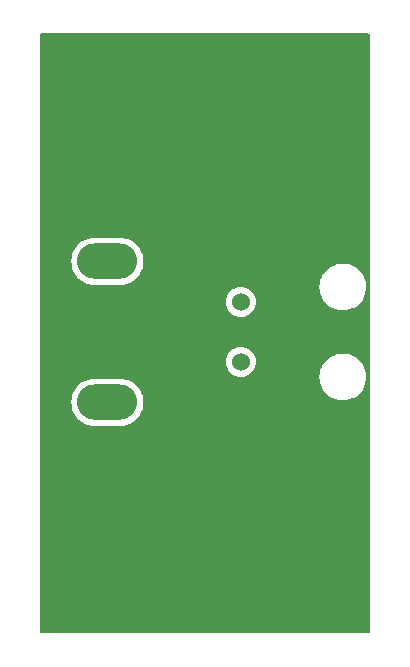
<source format=gbr>
%TF.GenerationSoftware,KiCad,Pcbnew,7.0.5*%
%TF.CreationDate,2023-10-04T22:19:23-05:00*%
%TF.ProjectId,Current Sensing Breakout,43757272-656e-4742-9053-656e73696e67,rev?*%
%TF.SameCoordinates,Original*%
%TF.FileFunction,Copper,L2,Bot*%
%TF.FilePolarity,Positive*%
%FSLAX46Y46*%
G04 Gerber Fmt 4.6, Leading zero omitted, Abs format (unit mm)*
G04 Created by KiCad (PCBNEW 7.0.5) date 2023-10-04 22:19:23*
%MOMM*%
%LPD*%
G01*
G04 APERTURE LIST*
%TA.AperFunction,ComponentPad*%
%ADD10C,1.524000*%
%TD*%
%TA.AperFunction,ComponentPad*%
%ADD11O,5.100000X3.000000*%
%TD*%
G04 APERTURE END LIST*
D10*
%TO.P,Conn3,1*%
%TO.N,Net-(U1-VCC)*%
X65278000Y-48133000D03*
%TO.P,Conn3,2*%
%TO.N,GND*%
X65278000Y-50673000D03*
%TO.P,Conn3,3*%
%TO.N,Net-(U1-VIOUT)*%
X65278000Y-53213000D03*
%TD*%
D11*
%TO.P,Conn1,1,GND*%
%TO.N,GND*%
X61849000Y-44704000D03*
%TO.P,Conn1,4,PV+*%
%TO.N,Net-(Conn1D-PV+)*%
X53975000Y-44704000D03*
%TD*%
%TO.P,Conn2,1,GND*%
%TO.N,GND*%
X61849000Y-56642000D03*
%TO.P,Conn2,4,PV+*%
%TO.N,Net-(Conn2D-PV+)*%
X53975000Y-56642000D03*
%TD*%
%TA.AperFunction,Conductor*%
%TO.N,GND*%
G36*
X76142539Y-25420185D02*
G01*
X76188294Y-25472989D01*
X76199500Y-25524500D01*
X76199500Y-76075500D01*
X76179815Y-76142539D01*
X76127011Y-76188294D01*
X76075500Y-76199500D01*
X48384500Y-76199500D01*
X48317461Y-76179815D01*
X48271706Y-76127011D01*
X48260500Y-76075500D01*
X48260500Y-56642001D01*
X50919390Y-56642001D01*
X50939804Y-56927433D01*
X51000628Y-57207037D01*
X51100635Y-57475166D01*
X51237770Y-57726309D01*
X51237775Y-57726317D01*
X51409254Y-57955387D01*
X51409270Y-57955405D01*
X51611594Y-58157729D01*
X51611612Y-58157745D01*
X51840682Y-58329224D01*
X51840690Y-58329229D01*
X52091833Y-58466364D01*
X52091832Y-58466364D01*
X52091836Y-58466365D01*
X52091839Y-58466367D01*
X52359954Y-58566369D01*
X52359960Y-58566370D01*
X52359962Y-58566371D01*
X52639566Y-58627195D01*
X52639568Y-58627195D01*
X52639572Y-58627196D01*
X52853552Y-58642500D01*
X55096448Y-58642500D01*
X55310428Y-58627196D01*
X55590046Y-58566369D01*
X55858161Y-58466367D01*
X56109315Y-58329226D01*
X56338395Y-58157739D01*
X56540739Y-57955395D01*
X56712226Y-57726315D01*
X56849367Y-57475161D01*
X56949369Y-57207046D01*
X57010196Y-56927428D01*
X57030610Y-56642000D01*
X57010196Y-56356572D01*
X56994532Y-56284567D01*
X56949371Y-56076962D01*
X56949370Y-56076960D01*
X56949369Y-56076954D01*
X56849367Y-55808839D01*
X56833615Y-55779992D01*
X56712229Y-55557690D01*
X56712224Y-55557682D01*
X56540745Y-55328612D01*
X56540729Y-55328594D01*
X56338405Y-55126270D01*
X56338387Y-55126254D01*
X56109317Y-54954775D01*
X56109309Y-54954770D01*
X55858166Y-54817635D01*
X55858167Y-54817635D01*
X55750914Y-54777632D01*
X55590046Y-54717631D01*
X55590043Y-54717630D01*
X55590037Y-54717628D01*
X55310433Y-54656804D01*
X55096450Y-54641500D01*
X55096448Y-54641500D01*
X52853552Y-54641500D01*
X52853549Y-54641500D01*
X52639566Y-54656804D01*
X52359962Y-54717628D01*
X52091833Y-54817635D01*
X51840690Y-54954770D01*
X51840682Y-54954775D01*
X51611612Y-55126254D01*
X51611594Y-55126270D01*
X51409270Y-55328594D01*
X51409254Y-55328612D01*
X51237775Y-55557682D01*
X51237770Y-55557690D01*
X51100635Y-55808833D01*
X51000628Y-56076962D01*
X50939804Y-56356566D01*
X50919390Y-56641998D01*
X50919390Y-56642001D01*
X48260500Y-56642001D01*
X48260500Y-54483001D01*
X71933454Y-54483001D01*
X71953613Y-54764866D01*
X71994926Y-54954775D01*
X72013680Y-55040984D01*
X72045484Y-55126254D01*
X72112432Y-55305750D01*
X72112434Y-55305754D01*
X72247855Y-55553758D01*
X72247860Y-55553766D01*
X72417196Y-55779974D01*
X72417212Y-55779992D01*
X72617007Y-55979787D01*
X72617025Y-55979803D01*
X72843233Y-56149139D01*
X72843241Y-56149144D01*
X73091245Y-56284565D01*
X73091249Y-56284567D01*
X73091251Y-56284568D01*
X73356016Y-56383320D01*
X73494077Y-56413353D01*
X73632133Y-56443386D01*
X73632135Y-56443386D01*
X73632139Y-56443387D01*
X73843447Y-56458500D01*
X73984553Y-56458500D01*
X74195861Y-56443387D01*
X74471984Y-56383320D01*
X74736749Y-56284568D01*
X74984764Y-56149141D01*
X75210982Y-55979797D01*
X75410797Y-55779982D01*
X75580141Y-55553764D01*
X75715568Y-55305749D01*
X75814320Y-55040984D01*
X75874387Y-54764861D01*
X75894546Y-54483000D01*
X75892977Y-54461069D01*
X75882211Y-54310531D01*
X75874387Y-54201139D01*
X75870621Y-54183829D01*
X75814321Y-53925022D01*
X75814320Y-53925016D01*
X75715568Y-53660251D01*
X75708029Y-53646445D01*
X75580144Y-53412241D01*
X75580139Y-53412233D01*
X75410803Y-53186025D01*
X75410787Y-53186007D01*
X75210992Y-52986212D01*
X75210974Y-52986196D01*
X74984766Y-52816860D01*
X74984758Y-52816855D01*
X74736754Y-52681434D01*
X74736750Y-52681432D01*
X74636372Y-52643993D01*
X74471984Y-52582680D01*
X74471980Y-52582679D01*
X74471977Y-52582678D01*
X74195866Y-52522613D01*
X73984555Y-52507500D01*
X73984553Y-52507500D01*
X73843447Y-52507500D01*
X73843444Y-52507500D01*
X73632133Y-52522613D01*
X73356022Y-52582678D01*
X73356017Y-52582679D01*
X73356016Y-52582680D01*
X73292003Y-52606555D01*
X73091249Y-52681432D01*
X73091245Y-52681434D01*
X72843241Y-52816855D01*
X72843233Y-52816860D01*
X72617025Y-52986196D01*
X72617007Y-52986212D01*
X72417212Y-53186007D01*
X72417196Y-53186025D01*
X72247860Y-53412233D01*
X72247855Y-53412241D01*
X72112434Y-53660245D01*
X72112432Y-53660249D01*
X72013678Y-53925022D01*
X71953613Y-54201133D01*
X71933454Y-54482998D01*
X71933454Y-54483001D01*
X48260500Y-54483001D01*
X48260500Y-53213002D01*
X64010677Y-53213002D01*
X64029929Y-53433062D01*
X64029930Y-53433070D01*
X64087104Y-53646445D01*
X64087105Y-53646447D01*
X64087106Y-53646450D01*
X64180465Y-53846661D01*
X64180466Y-53846662D01*
X64180468Y-53846666D01*
X64307170Y-54027615D01*
X64307175Y-54027621D01*
X64463378Y-54183824D01*
X64463384Y-54183829D01*
X64644333Y-54310531D01*
X64644335Y-54310532D01*
X64644338Y-54310534D01*
X64844550Y-54403894D01*
X65057932Y-54461070D01*
X65215123Y-54474822D01*
X65277998Y-54480323D01*
X65278000Y-54480323D01*
X65278002Y-54480323D01*
X65333017Y-54475509D01*
X65498068Y-54461070D01*
X65711450Y-54403894D01*
X65911662Y-54310534D01*
X66092620Y-54183826D01*
X66248826Y-54027620D01*
X66375534Y-53846662D01*
X66468894Y-53646450D01*
X66526070Y-53433068D01*
X66545323Y-53213000D01*
X66542962Y-53186018D01*
X66526070Y-52992937D01*
X66526070Y-52992932D01*
X66468894Y-52779550D01*
X66375534Y-52579339D01*
X66248826Y-52398380D01*
X66092620Y-52242174D01*
X66092616Y-52242171D01*
X66092615Y-52242170D01*
X65911666Y-52115468D01*
X65911662Y-52115466D01*
X65911660Y-52115465D01*
X65711450Y-52022106D01*
X65711447Y-52022105D01*
X65711445Y-52022104D01*
X65498070Y-51964930D01*
X65498062Y-51964929D01*
X65278002Y-51945677D01*
X65277998Y-51945677D01*
X65057937Y-51964929D01*
X65057929Y-51964930D01*
X64844554Y-52022104D01*
X64844548Y-52022107D01*
X64644340Y-52115465D01*
X64644338Y-52115466D01*
X64463377Y-52242175D01*
X64307175Y-52398377D01*
X64180466Y-52579338D01*
X64180465Y-52579340D01*
X64087107Y-52779548D01*
X64087104Y-52779554D01*
X64029930Y-52992929D01*
X64029929Y-52992937D01*
X64010677Y-53212997D01*
X64010677Y-53213002D01*
X48260500Y-53213002D01*
X48260500Y-48133002D01*
X64010677Y-48133002D01*
X64029929Y-48353062D01*
X64029930Y-48353070D01*
X64087104Y-48566445D01*
X64087105Y-48566447D01*
X64087106Y-48566450D01*
X64132858Y-48664565D01*
X64180466Y-48766662D01*
X64180468Y-48766666D01*
X64307170Y-48947615D01*
X64307175Y-48947621D01*
X64463378Y-49103824D01*
X64463384Y-49103829D01*
X64644333Y-49230531D01*
X64644335Y-49230532D01*
X64644338Y-49230534D01*
X64844550Y-49323894D01*
X65057932Y-49381070D01*
X65215123Y-49394822D01*
X65277998Y-49400323D01*
X65278000Y-49400323D01*
X65278002Y-49400323D01*
X65333017Y-49395509D01*
X65498068Y-49381070D01*
X65711450Y-49323894D01*
X65911662Y-49230534D01*
X66092620Y-49103826D01*
X66248826Y-48947620D01*
X66375534Y-48766662D01*
X66468894Y-48566450D01*
X66526070Y-48353068D01*
X66542962Y-48159992D01*
X66545323Y-48133002D01*
X66545323Y-48132997D01*
X66538103Y-48050474D01*
X66526070Y-47912932D01*
X66468894Y-47699550D01*
X66375534Y-47499339D01*
X66248826Y-47318380D01*
X66092620Y-47162174D01*
X66092616Y-47162171D01*
X66092615Y-47162170D01*
X65911666Y-47035468D01*
X65911662Y-47035466D01*
X65911660Y-47035465D01*
X65711450Y-46942106D01*
X65711447Y-46942105D01*
X65711445Y-46942104D01*
X65498070Y-46884930D01*
X65498062Y-46884929D01*
X65278002Y-46865677D01*
X65277998Y-46865677D01*
X65057937Y-46884929D01*
X65057929Y-46884930D01*
X64844554Y-46942104D01*
X64844548Y-46942107D01*
X64644340Y-47035465D01*
X64644338Y-47035466D01*
X64463377Y-47162175D01*
X64307175Y-47318377D01*
X64180466Y-47499338D01*
X64180465Y-47499340D01*
X64087107Y-47699548D01*
X64087104Y-47699554D01*
X64029930Y-47912929D01*
X64029929Y-47912937D01*
X64010677Y-48132997D01*
X64010677Y-48133002D01*
X48260500Y-48133002D01*
X48260500Y-46863001D01*
X71933454Y-46863001D01*
X71953613Y-47144866D01*
X72013678Y-47420977D01*
X72013680Y-47420984D01*
X72074993Y-47585372D01*
X72112432Y-47685750D01*
X72112434Y-47685754D01*
X72247855Y-47933758D01*
X72247860Y-47933766D01*
X72417196Y-48159974D01*
X72417212Y-48159992D01*
X72617007Y-48359787D01*
X72617025Y-48359803D01*
X72843233Y-48529139D01*
X72843241Y-48529144D01*
X73091245Y-48664565D01*
X73091249Y-48664567D01*
X73091251Y-48664568D01*
X73356016Y-48763320D01*
X73494077Y-48793353D01*
X73632133Y-48823386D01*
X73632135Y-48823386D01*
X73632139Y-48823387D01*
X73843447Y-48838500D01*
X73984553Y-48838500D01*
X74195861Y-48823387D01*
X74471984Y-48763320D01*
X74736749Y-48664568D01*
X74984764Y-48529141D01*
X75210982Y-48359797D01*
X75410797Y-48159982D01*
X75580141Y-47933764D01*
X75715568Y-47685749D01*
X75814320Y-47420984D01*
X75874387Y-47144861D01*
X75894546Y-46863000D01*
X75874387Y-46581139D01*
X75862906Y-46528364D01*
X75844353Y-46443077D01*
X75814320Y-46305016D01*
X75715568Y-46040251D01*
X75703083Y-46017387D01*
X75580144Y-45792241D01*
X75580139Y-45792233D01*
X75410803Y-45566025D01*
X75410787Y-45566007D01*
X75210992Y-45366212D01*
X75210974Y-45366196D01*
X74984766Y-45196860D01*
X74984758Y-45196855D01*
X74736754Y-45061434D01*
X74736750Y-45061432D01*
X74636372Y-45023993D01*
X74471984Y-44962680D01*
X74471980Y-44962679D01*
X74471977Y-44962678D01*
X74195866Y-44902613D01*
X73984555Y-44887500D01*
X73984553Y-44887500D01*
X73843447Y-44887500D01*
X73843444Y-44887500D01*
X73632133Y-44902613D01*
X73356022Y-44962678D01*
X73356017Y-44962679D01*
X73356016Y-44962680D01*
X73292003Y-44986555D01*
X73091249Y-45061432D01*
X73091245Y-45061434D01*
X72843241Y-45196855D01*
X72843233Y-45196860D01*
X72617025Y-45366196D01*
X72617007Y-45366212D01*
X72417212Y-45566007D01*
X72417196Y-45566025D01*
X72247860Y-45792233D01*
X72247855Y-45792241D01*
X72112434Y-46040245D01*
X72112432Y-46040249D01*
X72013678Y-46305022D01*
X71953613Y-46581133D01*
X71933454Y-46862998D01*
X71933454Y-46863001D01*
X48260500Y-46863001D01*
X48260500Y-44704001D01*
X50919390Y-44704001D01*
X50939804Y-44989433D01*
X51000628Y-45269037D01*
X51100635Y-45537166D01*
X51237770Y-45788309D01*
X51237775Y-45788317D01*
X51409254Y-46017387D01*
X51409270Y-46017405D01*
X51611594Y-46219729D01*
X51611612Y-46219745D01*
X51840682Y-46391224D01*
X51840690Y-46391229D01*
X52091833Y-46528364D01*
X52091832Y-46528364D01*
X52091836Y-46528365D01*
X52091839Y-46528367D01*
X52359954Y-46628369D01*
X52359960Y-46628370D01*
X52359962Y-46628371D01*
X52639566Y-46689195D01*
X52639568Y-46689195D01*
X52639572Y-46689196D01*
X52853552Y-46704500D01*
X55096448Y-46704500D01*
X55310428Y-46689196D01*
X55590046Y-46628369D01*
X55858161Y-46528367D01*
X56109315Y-46391226D01*
X56338395Y-46219739D01*
X56540739Y-46017395D01*
X56712226Y-45788315D01*
X56849367Y-45537161D01*
X56949369Y-45269046D01*
X57010196Y-44989428D01*
X57030610Y-44704000D01*
X57010196Y-44418572D01*
X56949369Y-44138954D01*
X56849367Y-43870839D01*
X56712226Y-43619685D01*
X56712224Y-43619682D01*
X56540745Y-43390612D01*
X56540729Y-43390594D01*
X56338405Y-43188270D01*
X56338387Y-43188254D01*
X56109317Y-43016775D01*
X56109309Y-43016770D01*
X55858166Y-42879635D01*
X55858167Y-42879635D01*
X55750915Y-42839632D01*
X55590046Y-42779631D01*
X55590043Y-42779630D01*
X55590037Y-42779628D01*
X55310433Y-42718804D01*
X55096450Y-42703500D01*
X55096448Y-42703500D01*
X52853552Y-42703500D01*
X52853549Y-42703500D01*
X52639566Y-42718804D01*
X52359962Y-42779628D01*
X52091833Y-42879635D01*
X51840690Y-43016770D01*
X51840682Y-43016775D01*
X51611612Y-43188254D01*
X51611594Y-43188270D01*
X51409270Y-43390594D01*
X51409254Y-43390612D01*
X51237775Y-43619682D01*
X51237770Y-43619690D01*
X51100635Y-43870833D01*
X51000628Y-44138962D01*
X50939804Y-44418566D01*
X50919390Y-44703998D01*
X50919390Y-44704001D01*
X48260500Y-44704001D01*
X48260500Y-25524500D01*
X48280185Y-25457461D01*
X48332989Y-25411706D01*
X48384500Y-25400500D01*
X76075500Y-25400500D01*
X76142539Y-25420185D01*
G37*
%TD.AperFunction*%
%TD*%
M02*

</source>
